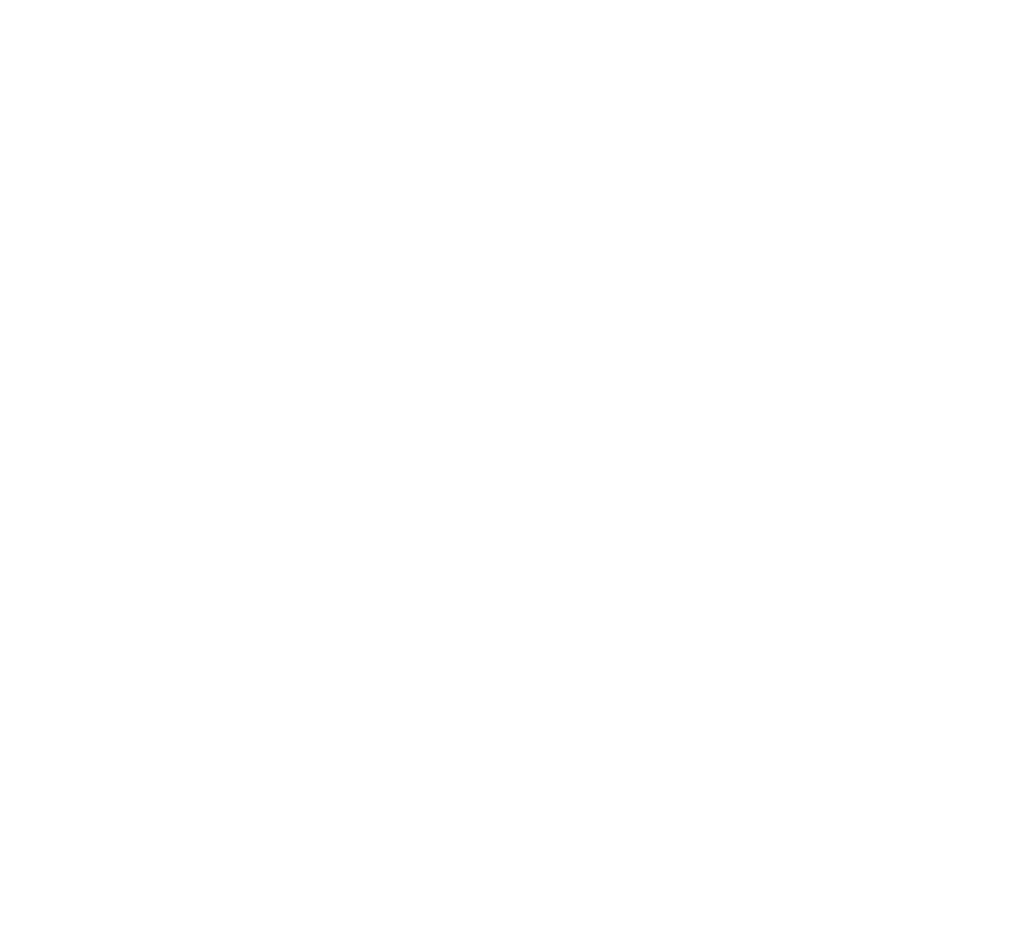
<source format=kicad_pcb>
(kicad_pcb (version 20211014) (generator pcbnew)

  (general
    (thickness 1.6)
  )

  (paper "A4")
  (layers
    (0 "F.Cu" signal)
    (31 "B.Cu" signal)
    (32 "B.Adhes" user "B.Adhesive")
    (33 "F.Adhes" user "F.Adhesive")
    (34 "B.Paste" user)
    (35 "F.Paste" user)
    (36 "B.SilkS" user "B.Silkscreen")
    (37 "F.SilkS" user "F.Silkscreen")
    (38 "B.Mask" user)
    (39 "F.Mask" user)
    (40 "Dwgs.User" user "User.Drawings")
    (41 "Cmts.User" user "User.Comments")
    (42 "Eco1.User" user "User.Eco1")
    (43 "Eco2.User" user "User.Eco2")
    (44 "Edge.Cuts" user)
    (45 "Margin" user)
    (46 "B.CrtYd" user "B.Courtyard")
    (47 "F.CrtYd" user "F.Courtyard")
    (48 "B.Fab" user)
    (49 "F.Fab" user)
  )

  (setup
    (pad_to_mask_clearance 0.05)
    (pcbplotparams
      (layerselection 0x00010fc_ffffffff)
      (disableapertmacros false)
      (usegerberextensions false)
      (usegerberattributes true)
      (usegerberadvancedattributes true)
      (creategerberjobfile true)
      (svguseinch false)
      (svgprecision 6)
      (excludeedgelayer true)
      (plotframeref false)
      (viasonmask false)
      (mode 1)
      (useauxorigin false)
      (hpglpennumber 1)
      (hpglpenspeed 20)
      (hpglpendiameter 15.000000)
      (dxfpolygonmode true)
      (dxfimperialunits true)
      (dxfusepcbnewfont true)
      (psnegative false)
      (psa4output false)
      (plotreference true)
      (plotvalue true)
      (plotinvisibletext false)
      (sketchpadsonfab false)
      (subtractmaskfromsilk false)
      (outputformat 1)
      (mirror false)
      (drillshape 1)
      (scaleselection 1)
      (outputdirectory "")
    )
  )

  (net 0 "")

  (dimension (type aligned) (layer "Dwgs.User") (tstamp 00000000-0000-0000-0000-00005f3f4b9c)
    (pts (xy 136.7 101) (xy 136.7 70))
    (height 10)
    (gr_text "31.0000 mm" (at 145.55 85.5 90) (layer "Dwgs.User") (tstamp 00000000-0000-0000-0000-00005f3f4b9c)
      (effects (font (size 1 1) (thickness 0.15)))
    )
    (format (units 2) (units_format 1) (precision 4))
    (style (thickness 0.15) (arrow_length 1.27) (text_position_mode 0) (extension_height 0.58642) (extension_offset 0) keep_text_aligned)
  )
  (dimension (type aligned) (layer "Dwgs.User") (tstamp 22999e73-da32-43a5-9163-4b3a41614f25)
    (pts (xy 191.5 70) (xy 125 70))
    (height 8)
    (gr_text "66.5000 mm" (at 158.25 60.85) (layer "Dwgs.User") (tstamp 22999e73-da32-43a5-9163-4b3a41614f25)
      (effects (font (size 1 1) (thickness 0.15)))
    )
    (format (units 2) (units_format 1) (precision 4))
    (style (thickness 0.15) (arrow_length 1.27) (text_position_mode 0) (extension_height 0.58642) (extension_offset 0) keep_text_aligned)
  )
  (dimension (type aligned) (layer "Dwgs.User") (tstamp 4632212f-13ce-4392-bc68-ccb9ba333770)
    (pts (xy 174.6 101) (xy 191.5 101))
    (height 11.5)
    (gr_text "16.9000 mm" (at 183.05 111.35) (layer "Dwgs.User") (tstamp 4632212f-13ce-4392-bc68-ccb9ba333770)
      (effects (font (size 1 1) (thickness 0.15)))
    )
    (format (units 2) (units_format 1) (precision 4))
    (style (thickness 0.15) (arrow_length 1.27) (text_position_mode 0) (extension_height 0.58642) (extension_offset 0) keep_text_aligned)
  )
  (dimension (type aligned) (layer "Dwgs.User") (tstamp 576c6616-e95d-4f1e-8ead-dea30fcdc8c2)
    (pts (xy 174.6 101) (xy 174.6 70))
    (height 10)
    (gr_text "31.0000 mm" (at 183.45 85.5 90) (layer "Dwgs.User") (tstamp 576c6616-e95d-4f1e-8ead-dea30fcdc8c2)
      (effects (font (size 1 1) (thickness 0.15)))
    )
    (format (units 2) (units_format 1) (precision 4))
    (style (thickness 0.15) (arrow_length 1.27) (text_position_mode 0) (extension_height 0.58642) (extension_offset 0) keep_text_aligned)
  )
  (dimension (type aligned) (layer "Dwgs.User") (tstamp 935f462d-8b1e-4005-9f1e-17f537ab1756)
    (pts (xy 141.5 101) (xy 125 101))
    (height -10)
    (gr_text "16.5000 mm" (at 133.25 109.85) (layer "Dwgs.User") (tstamp 935f462d-8b1e-4005-9f1e-17f537ab1756)
      (effects (font (size 1 1) (thickness 0.15)))
    )
    (format (units 2) (units_format 1) (precision 4))
    (style (thickness 0.15) (arrow_length 1.27) (text_position_mode 0) (extension_height 0.58642) (extension_offset 0) keep_text_aligned)
  )
  (dimension (type aligned) (layer "Dwgs.User") (tstamp c9667181-b3c7-4b01-b8b4-baa29a9aea63)
    (pts (xy 155.25 106.28) (xy 155.25 104.6))
    (height -18.82)
    (gr_text "1.6800 mm" (at 135.28 105.44 90) (layer "Dwgs.User") (tstamp c9667181-b3c7-4b01-b8b4-baa29a9aea63)
      (effects (font (size 1 1) (thickness 0.15)))
    )
    (format (units 2) (units_format 1) (precision 4))
    (style (thickness 0.15) (arrow_length 1.27) (text_position_mode 0) (extension_height 0.58642) (extension_offset 0) keep_text_aligned)
  )
  (dimension (type aligned) (layer "Dwgs.User") (tstamp d0fb0864-e79b-4bdc-8e8e-eed0cabe6d56)
    (pts (xy 150.4 107.82) (xy 125 107.82))
    (height -20.96)
    (gr_text "25.4000 mm" (at 137.7 127.63) (layer "Dwgs.User") (tstamp d0fb0864-e79b-4bdc-8e8e-eed0cabe6d56)
      (effects (font (size 1 1) (thickness 0.15)))
    )
    (format (units 2) (units_format 1) (precision 4))
    (style (thickness 0.15) (arrow_length 1.27) (text_position_mode 0) (extension_height 0.58642) (extension_offset 0) keep_text_aligned)
  )
  (dimension (type aligned) (layer "Dwgs.User") (tstamp ec5c2062-3a41-4636-8803-069e60a1641a)
    (pts (xy 191.5 131.3) (xy 191.5 70))
    (height 8.5)
    (gr_text "61.3000 mm" (at 198.85 100.65 90) (layer "Dwgs.User") (tstamp ec5c2062-3a41-4636-8803-069e60a1641a)
      (effects (font (size 1 1) (thickness 0.15)))
    )
    (format (units 2) (units_format 1) (precision 4))
    (style (thickness 0.15) (arrow_length 1.27) (text_position_mode 0) (extension_height 0.58642) (extension_offset 0) keep_text_aligned)
  )

)

</source>
